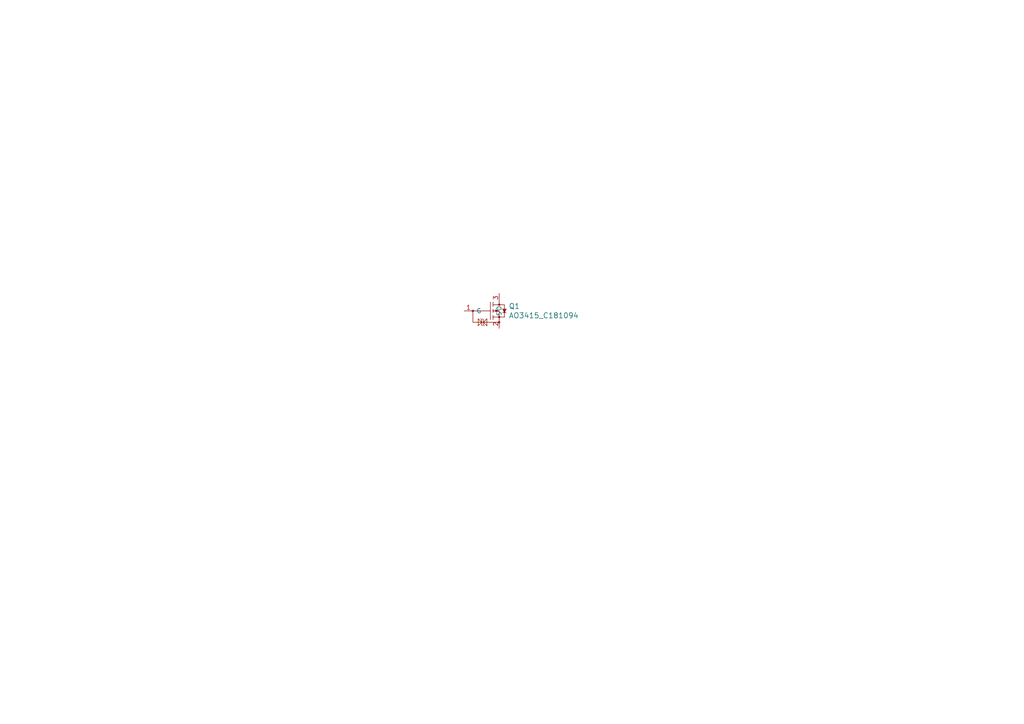
<source format=kicad_sch>
(kicad_sch (version 20231120) (generator "eeschema") (generator_version "8.99")
  (paper "A4")
  (title_block (title "EasyLight") (date "2023-01-24") (rev "1") (company "MPC"))
  (lib_symbols
    (symbol "LCSC:AO3415_C181094-LCSC" (pin_names (offset 1.016))
      (property "Reference" "Q" (at 0 10.16 0))
      (property "Value" "AO3415_C181094-LCSC" (at 0 -10.16 0))
      (symbol "AO3415_C181094-LCSC_1_1"
        (circle (center -2.54 0) (radius 0.254))
        (polyline (pts (xy 2.54 2.54) (xy 2.54 -2.54)))
        (polyline (pts (xy 3.302 -2.54) (xy 3.302 -1.778)))
        (polyline (pts (xy 3.302 -1.778) (xy 3.302 -1.27)))
        (polyline (pts (xy 3.302 -1.778) (xy 5.08 -1.778)))
        (polyline (pts (xy 3.302 0) (xy 3.302 -0.508)))
        (polyline (pts (xy 3.302 0.508) (xy 3.302 0)))
        (polyline (pts (xy 3.302 1.778) (xy 3.302 1.27)))
        (polyline (pts (xy 3.302 2.54) (xy 3.302 1.778)))
        (polyline (pts (xy 3.556 0) (xy 3.302 0)))
        (polyline (pts (xy 4.064 -0.254) (xy 4.826 0)))
        (polyline (pts (xy 4.064 0.254) (xy 4.064 -0.254)))
        (polyline (pts (xy 4.064 0.254) (xy 4.572 0)))
        (polyline (pts (xy 4.826 0) (xy 3.302 0)))
        (polyline (pts (xy 4.826 0) (xy 4.064 0.254)))
        (polyline (pts (xy 5.08 -1.778) (xy 5.08 -2.54)))
        (polyline (pts (xy 5.08 0) (xy 4.064 -0.254)))
        (polyline (pts (xy 5.08 0) (xy 4.064 0.254)))
        (polyline (pts (xy 5.08 0) (xy 5.08 -1.778)))
        (polyline (pts (xy 5.08 2.54) (xy 5.08 1.778)))
        (polyline (pts (xy 6.096 -0.508) (xy 6.604 -0.508)))
        (polyline (pts (xy 6.096 0.508) (xy 6.35 0.508)))
        (polyline (pts (xy 6.35 0.254) (xy 6.604 0)))
        (polyline (pts (xy 6.35 0.508) (xy 6.604 0)))
        (polyline (pts (xy 6.35 0.508) (xy 6.858 0.508)))
        (polyline (pts (xy 6.604 -1.778) (xy 5.08 -1.778)))
        (polyline (pts (xy 6.604 -1.778) (xy 6.604 0)))
        (polyline (pts (xy 6.604 -0.508) (xy 6.096 0.508)))
        (polyline (pts (xy 6.604 -0.508) (xy 7.112 -0.508)))
        (polyline (pts (xy 6.604 0) (xy 6.604 -0.508)))
        (polyline (pts (xy 6.604 0) (xy 6.858 0.254)))
        (polyline (pts (xy 6.604 0) (xy 6.858 0.508)))
        (polyline (pts (xy 6.604 0.254) (xy 6.604 1.778)))
        (polyline (pts (xy 6.858 0.508) (xy 7.112 0.508)))
        (polyline (pts (xy 7.112 0.508) (xy 6.604 -0.508)))
        (polyline (pts (xy 0.254 -4.318) (xy 0 -4.064) (xy 0 -2.54) (xy -0.254 -2.286)))
        (polyline (pts (xy 0.254 -2.286) (xy 0.508 -2.54) (xy 0.508 -4.064) (xy 0.762 -4.318)))
        (polyline (pts (xy 3.302 1.778) (xy 6.604 1.778) (xy 6.604 1.778) (xy 6.604 1.778)))
        (polyline (pts (xy 5.08 -3.302) (xy -2.54 -3.302) (xy -2.54 0) (xy 2.54 0)))
        (polyline (pts (xy -1.016 -2.286) (xy -1.016 -4.318) (xy 0 -3.302) (xy -1.016 -2.286) (xy -1.016 -2.286)) (fill (type background)))
        (polyline (pts (xy 1.524 -4.318) (xy 1.524 -2.286) (xy 0.508 -3.302) (xy 1.524 -4.318) (xy 1.524 -4.318)) (fill (type background)))
        (circle (center 5.08 -3.302) (radius 0.254))
        (circle (center 5.08 -1.778) (radius 0.254))
        (circle (center 5.08 1.778) (radius 0.254))
        (pin input line (at -5.08 0 0) (length 2.54) (name "G") (number "1"))
        (pin passive line (at 5.08 -5.08 90) (length 2.54) (name "S") (number "2"))
        (pin passive line (at 5.08 5.08 270) (length 2.54) (name "D") (number "3"))
      )
    )
  )
  (symbol (lib_id "LCSC:AO3415_C181094-LCSC") (at 139.7 90.17 0) (unit 1)
    (property "Reference" "Q1" (at 147.5232 88.8238 0) (effects (font (size 1.524 1.524)) (justify left)))
    (property "Value" "AO3415_C181094" (at 147.5232 91.5162 0) (effects (font (size 1.524 1.524)) (justify left)))
    (property "Footprint" "lcsc:SOT-23-3_L2.9-W1.3-P1.90-LS2.4-BR" (effects (hide yes)))
    (property "Datasheet" "https://lcsc.com/product-detail/MOSFET_AO3415_C181094.html" (effects (hide yes)))
    (property "Manufacturer" "Hottech(合科泰)" (effects (hide yes)))
    (property "LCSC Part" "C181094" (effects (hide yes)))
    (property "JLC Part" "Extended Part" (effects (hide yes)))
  )
)
</source>
